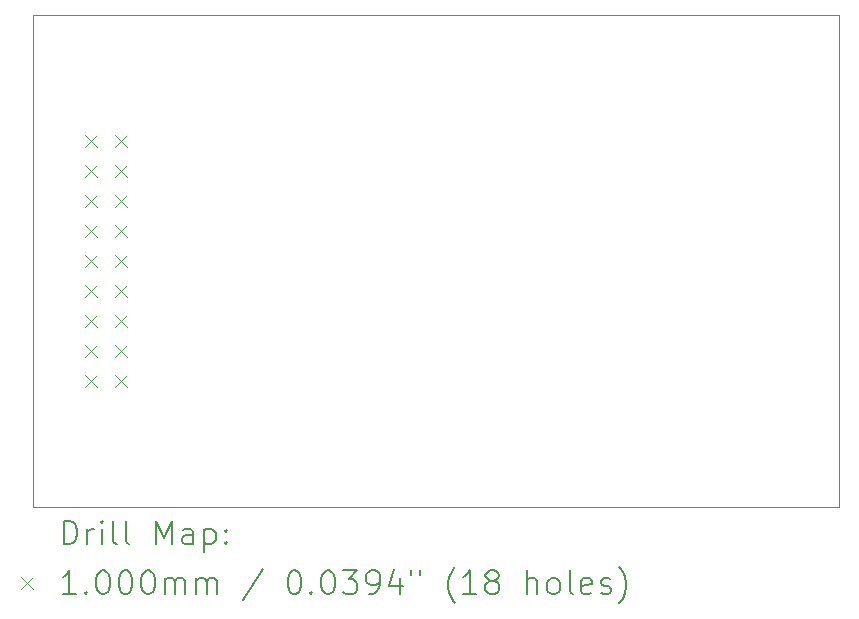
<source format=gbr>
%TF.GenerationSoftware,KiCad,Pcbnew,8.0.8*%
%TF.CreationDate,2025-02-19T13:23:49-05:00*%
%TF.ProjectId,plot_gerbers,706c6f74-5f67-4657-9262-6572732e6b69,rev?*%
%TF.SameCoordinates,Original*%
%TF.FileFunction,Drillmap*%
%TF.FilePolarity,Positive*%
%FSLAX45Y45*%
G04 Gerber Fmt 4.5, Leading zero omitted, Abs format (unit mm)*
G04 Created by KiCad (PCBNEW 8.0.8) date 2025-02-19 13:23:49*
%MOMM*%
%LPD*%
G01*
G04 APERTURE LIST*
%ADD10C,0.050000*%
%ADD11C,0.200000*%
%ADD12C,0.100000*%
G04 APERTURE END LIST*
D10*
X11431000Y-8319000D02*
X11431000Y-12489000D01*
X11431000Y-12489000D02*
X18251000Y-12489000D01*
X18251000Y-8319000D02*
X11431000Y-8319000D01*
X18251000Y-8319000D02*
X18251000Y-12489000D01*
D11*
D12*
X11869000Y-9339000D02*
X11969000Y-9439000D01*
X11969000Y-9339000D02*
X11869000Y-9439000D01*
X11869000Y-9593000D02*
X11969000Y-9693000D01*
X11969000Y-9593000D02*
X11869000Y-9693000D01*
X11869000Y-9847000D02*
X11969000Y-9947000D01*
X11969000Y-9847000D02*
X11869000Y-9947000D01*
X11869000Y-10101000D02*
X11969000Y-10201000D01*
X11969000Y-10101000D02*
X11869000Y-10201000D01*
X11869000Y-10355000D02*
X11969000Y-10455000D01*
X11969000Y-10355000D02*
X11869000Y-10455000D01*
X11869000Y-10609000D02*
X11969000Y-10709000D01*
X11969000Y-10609000D02*
X11869000Y-10709000D01*
X11869000Y-10863000D02*
X11969000Y-10963000D01*
X11969000Y-10863000D02*
X11869000Y-10963000D01*
X11869000Y-11117000D02*
X11969000Y-11217000D01*
X11969000Y-11117000D02*
X11869000Y-11217000D01*
X11869000Y-11371000D02*
X11969000Y-11471000D01*
X11969000Y-11371000D02*
X11869000Y-11471000D01*
X12123000Y-9339000D02*
X12223000Y-9439000D01*
X12223000Y-9339000D02*
X12123000Y-9439000D01*
X12123000Y-9593000D02*
X12223000Y-9693000D01*
X12223000Y-9593000D02*
X12123000Y-9693000D01*
X12123000Y-9847000D02*
X12223000Y-9947000D01*
X12223000Y-9847000D02*
X12123000Y-9947000D01*
X12123000Y-10101000D02*
X12223000Y-10201000D01*
X12223000Y-10101000D02*
X12123000Y-10201000D01*
X12123000Y-10355000D02*
X12223000Y-10455000D01*
X12223000Y-10355000D02*
X12123000Y-10455000D01*
X12123000Y-10609000D02*
X12223000Y-10709000D01*
X12223000Y-10609000D02*
X12123000Y-10709000D01*
X12123000Y-10863000D02*
X12223000Y-10963000D01*
X12223000Y-10863000D02*
X12123000Y-10963000D01*
X12123000Y-11117000D02*
X12223000Y-11217000D01*
X12223000Y-11117000D02*
X12123000Y-11217000D01*
X12123000Y-11371000D02*
X12223000Y-11471000D01*
X12223000Y-11371000D02*
X12123000Y-11471000D01*
D11*
X11689277Y-12802984D02*
X11689277Y-12602984D01*
X11689277Y-12602984D02*
X11736896Y-12602984D01*
X11736896Y-12602984D02*
X11765467Y-12612508D01*
X11765467Y-12612508D02*
X11784515Y-12631555D01*
X11784515Y-12631555D02*
X11794039Y-12650603D01*
X11794039Y-12650603D02*
X11803562Y-12688698D01*
X11803562Y-12688698D02*
X11803562Y-12717269D01*
X11803562Y-12717269D02*
X11794039Y-12755365D01*
X11794039Y-12755365D02*
X11784515Y-12774412D01*
X11784515Y-12774412D02*
X11765467Y-12793460D01*
X11765467Y-12793460D02*
X11736896Y-12802984D01*
X11736896Y-12802984D02*
X11689277Y-12802984D01*
X11889277Y-12802984D02*
X11889277Y-12669650D01*
X11889277Y-12707746D02*
X11898801Y-12688698D01*
X11898801Y-12688698D02*
X11908324Y-12679174D01*
X11908324Y-12679174D02*
X11927372Y-12669650D01*
X11927372Y-12669650D02*
X11946420Y-12669650D01*
X12013086Y-12802984D02*
X12013086Y-12669650D01*
X12013086Y-12602984D02*
X12003562Y-12612508D01*
X12003562Y-12612508D02*
X12013086Y-12622031D01*
X12013086Y-12622031D02*
X12022610Y-12612508D01*
X12022610Y-12612508D02*
X12013086Y-12602984D01*
X12013086Y-12602984D02*
X12013086Y-12622031D01*
X12136896Y-12802984D02*
X12117848Y-12793460D01*
X12117848Y-12793460D02*
X12108324Y-12774412D01*
X12108324Y-12774412D02*
X12108324Y-12602984D01*
X12241658Y-12802984D02*
X12222610Y-12793460D01*
X12222610Y-12793460D02*
X12213086Y-12774412D01*
X12213086Y-12774412D02*
X12213086Y-12602984D01*
X12470229Y-12802984D02*
X12470229Y-12602984D01*
X12470229Y-12602984D02*
X12536896Y-12745841D01*
X12536896Y-12745841D02*
X12603562Y-12602984D01*
X12603562Y-12602984D02*
X12603562Y-12802984D01*
X12784515Y-12802984D02*
X12784515Y-12698222D01*
X12784515Y-12698222D02*
X12774991Y-12679174D01*
X12774991Y-12679174D02*
X12755943Y-12669650D01*
X12755943Y-12669650D02*
X12717848Y-12669650D01*
X12717848Y-12669650D02*
X12698801Y-12679174D01*
X12784515Y-12793460D02*
X12765467Y-12802984D01*
X12765467Y-12802984D02*
X12717848Y-12802984D01*
X12717848Y-12802984D02*
X12698801Y-12793460D01*
X12698801Y-12793460D02*
X12689277Y-12774412D01*
X12689277Y-12774412D02*
X12689277Y-12755365D01*
X12689277Y-12755365D02*
X12698801Y-12736317D01*
X12698801Y-12736317D02*
X12717848Y-12726793D01*
X12717848Y-12726793D02*
X12765467Y-12726793D01*
X12765467Y-12726793D02*
X12784515Y-12717269D01*
X12879753Y-12669650D02*
X12879753Y-12869650D01*
X12879753Y-12679174D02*
X12898801Y-12669650D01*
X12898801Y-12669650D02*
X12936896Y-12669650D01*
X12936896Y-12669650D02*
X12955943Y-12679174D01*
X12955943Y-12679174D02*
X12965467Y-12688698D01*
X12965467Y-12688698D02*
X12974991Y-12707746D01*
X12974991Y-12707746D02*
X12974991Y-12764888D01*
X12974991Y-12764888D02*
X12965467Y-12783936D01*
X12965467Y-12783936D02*
X12955943Y-12793460D01*
X12955943Y-12793460D02*
X12936896Y-12802984D01*
X12936896Y-12802984D02*
X12898801Y-12802984D01*
X12898801Y-12802984D02*
X12879753Y-12793460D01*
X13060705Y-12783936D02*
X13070229Y-12793460D01*
X13070229Y-12793460D02*
X13060705Y-12802984D01*
X13060705Y-12802984D02*
X13051182Y-12793460D01*
X13051182Y-12793460D02*
X13060705Y-12783936D01*
X13060705Y-12783936D02*
X13060705Y-12802984D01*
X13060705Y-12679174D02*
X13070229Y-12688698D01*
X13070229Y-12688698D02*
X13060705Y-12698222D01*
X13060705Y-12698222D02*
X13051182Y-12688698D01*
X13051182Y-12688698D02*
X13060705Y-12679174D01*
X13060705Y-12679174D02*
X13060705Y-12698222D01*
D12*
X11328500Y-13081500D02*
X11428500Y-13181500D01*
X11428500Y-13081500D02*
X11328500Y-13181500D01*
D11*
X11794039Y-13222984D02*
X11679753Y-13222984D01*
X11736896Y-13222984D02*
X11736896Y-13022984D01*
X11736896Y-13022984D02*
X11717848Y-13051555D01*
X11717848Y-13051555D02*
X11698801Y-13070603D01*
X11698801Y-13070603D02*
X11679753Y-13080127D01*
X11879753Y-13203936D02*
X11889277Y-13213460D01*
X11889277Y-13213460D02*
X11879753Y-13222984D01*
X11879753Y-13222984D02*
X11870229Y-13213460D01*
X11870229Y-13213460D02*
X11879753Y-13203936D01*
X11879753Y-13203936D02*
X11879753Y-13222984D01*
X12013086Y-13022984D02*
X12032134Y-13022984D01*
X12032134Y-13022984D02*
X12051182Y-13032508D01*
X12051182Y-13032508D02*
X12060705Y-13042031D01*
X12060705Y-13042031D02*
X12070229Y-13061079D01*
X12070229Y-13061079D02*
X12079753Y-13099174D01*
X12079753Y-13099174D02*
X12079753Y-13146793D01*
X12079753Y-13146793D02*
X12070229Y-13184888D01*
X12070229Y-13184888D02*
X12060705Y-13203936D01*
X12060705Y-13203936D02*
X12051182Y-13213460D01*
X12051182Y-13213460D02*
X12032134Y-13222984D01*
X12032134Y-13222984D02*
X12013086Y-13222984D01*
X12013086Y-13222984D02*
X11994039Y-13213460D01*
X11994039Y-13213460D02*
X11984515Y-13203936D01*
X11984515Y-13203936D02*
X11974991Y-13184888D01*
X11974991Y-13184888D02*
X11965467Y-13146793D01*
X11965467Y-13146793D02*
X11965467Y-13099174D01*
X11965467Y-13099174D02*
X11974991Y-13061079D01*
X11974991Y-13061079D02*
X11984515Y-13042031D01*
X11984515Y-13042031D02*
X11994039Y-13032508D01*
X11994039Y-13032508D02*
X12013086Y-13022984D01*
X12203562Y-13022984D02*
X12222610Y-13022984D01*
X12222610Y-13022984D02*
X12241658Y-13032508D01*
X12241658Y-13032508D02*
X12251182Y-13042031D01*
X12251182Y-13042031D02*
X12260705Y-13061079D01*
X12260705Y-13061079D02*
X12270229Y-13099174D01*
X12270229Y-13099174D02*
X12270229Y-13146793D01*
X12270229Y-13146793D02*
X12260705Y-13184888D01*
X12260705Y-13184888D02*
X12251182Y-13203936D01*
X12251182Y-13203936D02*
X12241658Y-13213460D01*
X12241658Y-13213460D02*
X12222610Y-13222984D01*
X12222610Y-13222984D02*
X12203562Y-13222984D01*
X12203562Y-13222984D02*
X12184515Y-13213460D01*
X12184515Y-13213460D02*
X12174991Y-13203936D01*
X12174991Y-13203936D02*
X12165467Y-13184888D01*
X12165467Y-13184888D02*
X12155943Y-13146793D01*
X12155943Y-13146793D02*
X12155943Y-13099174D01*
X12155943Y-13099174D02*
X12165467Y-13061079D01*
X12165467Y-13061079D02*
X12174991Y-13042031D01*
X12174991Y-13042031D02*
X12184515Y-13032508D01*
X12184515Y-13032508D02*
X12203562Y-13022984D01*
X12394039Y-13022984D02*
X12413086Y-13022984D01*
X12413086Y-13022984D02*
X12432134Y-13032508D01*
X12432134Y-13032508D02*
X12441658Y-13042031D01*
X12441658Y-13042031D02*
X12451182Y-13061079D01*
X12451182Y-13061079D02*
X12460705Y-13099174D01*
X12460705Y-13099174D02*
X12460705Y-13146793D01*
X12460705Y-13146793D02*
X12451182Y-13184888D01*
X12451182Y-13184888D02*
X12441658Y-13203936D01*
X12441658Y-13203936D02*
X12432134Y-13213460D01*
X12432134Y-13213460D02*
X12413086Y-13222984D01*
X12413086Y-13222984D02*
X12394039Y-13222984D01*
X12394039Y-13222984D02*
X12374991Y-13213460D01*
X12374991Y-13213460D02*
X12365467Y-13203936D01*
X12365467Y-13203936D02*
X12355943Y-13184888D01*
X12355943Y-13184888D02*
X12346420Y-13146793D01*
X12346420Y-13146793D02*
X12346420Y-13099174D01*
X12346420Y-13099174D02*
X12355943Y-13061079D01*
X12355943Y-13061079D02*
X12365467Y-13042031D01*
X12365467Y-13042031D02*
X12374991Y-13032508D01*
X12374991Y-13032508D02*
X12394039Y-13022984D01*
X12546420Y-13222984D02*
X12546420Y-13089650D01*
X12546420Y-13108698D02*
X12555943Y-13099174D01*
X12555943Y-13099174D02*
X12574991Y-13089650D01*
X12574991Y-13089650D02*
X12603563Y-13089650D01*
X12603563Y-13089650D02*
X12622610Y-13099174D01*
X12622610Y-13099174D02*
X12632134Y-13118222D01*
X12632134Y-13118222D02*
X12632134Y-13222984D01*
X12632134Y-13118222D02*
X12641658Y-13099174D01*
X12641658Y-13099174D02*
X12660705Y-13089650D01*
X12660705Y-13089650D02*
X12689277Y-13089650D01*
X12689277Y-13089650D02*
X12708324Y-13099174D01*
X12708324Y-13099174D02*
X12717848Y-13118222D01*
X12717848Y-13118222D02*
X12717848Y-13222984D01*
X12813086Y-13222984D02*
X12813086Y-13089650D01*
X12813086Y-13108698D02*
X12822610Y-13099174D01*
X12822610Y-13099174D02*
X12841658Y-13089650D01*
X12841658Y-13089650D02*
X12870229Y-13089650D01*
X12870229Y-13089650D02*
X12889277Y-13099174D01*
X12889277Y-13099174D02*
X12898801Y-13118222D01*
X12898801Y-13118222D02*
X12898801Y-13222984D01*
X12898801Y-13118222D02*
X12908324Y-13099174D01*
X12908324Y-13099174D02*
X12927372Y-13089650D01*
X12927372Y-13089650D02*
X12955943Y-13089650D01*
X12955943Y-13089650D02*
X12974991Y-13099174D01*
X12974991Y-13099174D02*
X12984515Y-13118222D01*
X12984515Y-13118222D02*
X12984515Y-13222984D01*
X13374991Y-13013460D02*
X13203563Y-13270603D01*
X13632134Y-13022984D02*
X13651182Y-13022984D01*
X13651182Y-13022984D02*
X13670229Y-13032508D01*
X13670229Y-13032508D02*
X13679753Y-13042031D01*
X13679753Y-13042031D02*
X13689277Y-13061079D01*
X13689277Y-13061079D02*
X13698801Y-13099174D01*
X13698801Y-13099174D02*
X13698801Y-13146793D01*
X13698801Y-13146793D02*
X13689277Y-13184888D01*
X13689277Y-13184888D02*
X13679753Y-13203936D01*
X13679753Y-13203936D02*
X13670229Y-13213460D01*
X13670229Y-13213460D02*
X13651182Y-13222984D01*
X13651182Y-13222984D02*
X13632134Y-13222984D01*
X13632134Y-13222984D02*
X13613086Y-13213460D01*
X13613086Y-13213460D02*
X13603563Y-13203936D01*
X13603563Y-13203936D02*
X13594039Y-13184888D01*
X13594039Y-13184888D02*
X13584515Y-13146793D01*
X13584515Y-13146793D02*
X13584515Y-13099174D01*
X13584515Y-13099174D02*
X13594039Y-13061079D01*
X13594039Y-13061079D02*
X13603563Y-13042031D01*
X13603563Y-13042031D02*
X13613086Y-13032508D01*
X13613086Y-13032508D02*
X13632134Y-13022984D01*
X13784515Y-13203936D02*
X13794039Y-13213460D01*
X13794039Y-13213460D02*
X13784515Y-13222984D01*
X13784515Y-13222984D02*
X13774991Y-13213460D01*
X13774991Y-13213460D02*
X13784515Y-13203936D01*
X13784515Y-13203936D02*
X13784515Y-13222984D01*
X13917848Y-13022984D02*
X13936896Y-13022984D01*
X13936896Y-13022984D02*
X13955944Y-13032508D01*
X13955944Y-13032508D02*
X13965467Y-13042031D01*
X13965467Y-13042031D02*
X13974991Y-13061079D01*
X13974991Y-13061079D02*
X13984515Y-13099174D01*
X13984515Y-13099174D02*
X13984515Y-13146793D01*
X13984515Y-13146793D02*
X13974991Y-13184888D01*
X13974991Y-13184888D02*
X13965467Y-13203936D01*
X13965467Y-13203936D02*
X13955944Y-13213460D01*
X13955944Y-13213460D02*
X13936896Y-13222984D01*
X13936896Y-13222984D02*
X13917848Y-13222984D01*
X13917848Y-13222984D02*
X13898801Y-13213460D01*
X13898801Y-13213460D02*
X13889277Y-13203936D01*
X13889277Y-13203936D02*
X13879753Y-13184888D01*
X13879753Y-13184888D02*
X13870229Y-13146793D01*
X13870229Y-13146793D02*
X13870229Y-13099174D01*
X13870229Y-13099174D02*
X13879753Y-13061079D01*
X13879753Y-13061079D02*
X13889277Y-13042031D01*
X13889277Y-13042031D02*
X13898801Y-13032508D01*
X13898801Y-13032508D02*
X13917848Y-13022984D01*
X14051182Y-13022984D02*
X14174991Y-13022984D01*
X14174991Y-13022984D02*
X14108325Y-13099174D01*
X14108325Y-13099174D02*
X14136896Y-13099174D01*
X14136896Y-13099174D02*
X14155944Y-13108698D01*
X14155944Y-13108698D02*
X14165467Y-13118222D01*
X14165467Y-13118222D02*
X14174991Y-13137269D01*
X14174991Y-13137269D02*
X14174991Y-13184888D01*
X14174991Y-13184888D02*
X14165467Y-13203936D01*
X14165467Y-13203936D02*
X14155944Y-13213460D01*
X14155944Y-13213460D02*
X14136896Y-13222984D01*
X14136896Y-13222984D02*
X14079753Y-13222984D01*
X14079753Y-13222984D02*
X14060706Y-13213460D01*
X14060706Y-13213460D02*
X14051182Y-13203936D01*
X14270229Y-13222984D02*
X14308325Y-13222984D01*
X14308325Y-13222984D02*
X14327372Y-13213460D01*
X14327372Y-13213460D02*
X14336896Y-13203936D01*
X14336896Y-13203936D02*
X14355944Y-13175365D01*
X14355944Y-13175365D02*
X14365467Y-13137269D01*
X14365467Y-13137269D02*
X14365467Y-13061079D01*
X14365467Y-13061079D02*
X14355944Y-13042031D01*
X14355944Y-13042031D02*
X14346420Y-13032508D01*
X14346420Y-13032508D02*
X14327372Y-13022984D01*
X14327372Y-13022984D02*
X14289277Y-13022984D01*
X14289277Y-13022984D02*
X14270229Y-13032508D01*
X14270229Y-13032508D02*
X14260706Y-13042031D01*
X14260706Y-13042031D02*
X14251182Y-13061079D01*
X14251182Y-13061079D02*
X14251182Y-13108698D01*
X14251182Y-13108698D02*
X14260706Y-13127746D01*
X14260706Y-13127746D02*
X14270229Y-13137269D01*
X14270229Y-13137269D02*
X14289277Y-13146793D01*
X14289277Y-13146793D02*
X14327372Y-13146793D01*
X14327372Y-13146793D02*
X14346420Y-13137269D01*
X14346420Y-13137269D02*
X14355944Y-13127746D01*
X14355944Y-13127746D02*
X14365467Y-13108698D01*
X14536896Y-13089650D02*
X14536896Y-13222984D01*
X14489277Y-13013460D02*
X14441658Y-13156317D01*
X14441658Y-13156317D02*
X14565467Y-13156317D01*
X14632134Y-13022984D02*
X14632134Y-13061079D01*
X14708325Y-13022984D02*
X14708325Y-13061079D01*
X15003563Y-13299174D02*
X14994039Y-13289650D01*
X14994039Y-13289650D02*
X14974991Y-13261079D01*
X14974991Y-13261079D02*
X14965468Y-13242031D01*
X14965468Y-13242031D02*
X14955944Y-13213460D01*
X14955944Y-13213460D02*
X14946420Y-13165841D01*
X14946420Y-13165841D02*
X14946420Y-13127746D01*
X14946420Y-13127746D02*
X14955944Y-13080127D01*
X14955944Y-13080127D02*
X14965468Y-13051555D01*
X14965468Y-13051555D02*
X14974991Y-13032508D01*
X14974991Y-13032508D02*
X14994039Y-13003936D01*
X14994039Y-13003936D02*
X15003563Y-12994412D01*
X15184515Y-13222984D02*
X15070229Y-13222984D01*
X15127372Y-13222984D02*
X15127372Y-13022984D01*
X15127372Y-13022984D02*
X15108325Y-13051555D01*
X15108325Y-13051555D02*
X15089277Y-13070603D01*
X15089277Y-13070603D02*
X15070229Y-13080127D01*
X15298801Y-13108698D02*
X15279753Y-13099174D01*
X15279753Y-13099174D02*
X15270229Y-13089650D01*
X15270229Y-13089650D02*
X15260706Y-13070603D01*
X15260706Y-13070603D02*
X15260706Y-13061079D01*
X15260706Y-13061079D02*
X15270229Y-13042031D01*
X15270229Y-13042031D02*
X15279753Y-13032508D01*
X15279753Y-13032508D02*
X15298801Y-13022984D01*
X15298801Y-13022984D02*
X15336896Y-13022984D01*
X15336896Y-13022984D02*
X15355944Y-13032508D01*
X15355944Y-13032508D02*
X15365468Y-13042031D01*
X15365468Y-13042031D02*
X15374991Y-13061079D01*
X15374991Y-13061079D02*
X15374991Y-13070603D01*
X15374991Y-13070603D02*
X15365468Y-13089650D01*
X15365468Y-13089650D02*
X15355944Y-13099174D01*
X15355944Y-13099174D02*
X15336896Y-13108698D01*
X15336896Y-13108698D02*
X15298801Y-13108698D01*
X15298801Y-13108698D02*
X15279753Y-13118222D01*
X15279753Y-13118222D02*
X15270229Y-13127746D01*
X15270229Y-13127746D02*
X15260706Y-13146793D01*
X15260706Y-13146793D02*
X15260706Y-13184888D01*
X15260706Y-13184888D02*
X15270229Y-13203936D01*
X15270229Y-13203936D02*
X15279753Y-13213460D01*
X15279753Y-13213460D02*
X15298801Y-13222984D01*
X15298801Y-13222984D02*
X15336896Y-13222984D01*
X15336896Y-13222984D02*
X15355944Y-13213460D01*
X15355944Y-13213460D02*
X15365468Y-13203936D01*
X15365468Y-13203936D02*
X15374991Y-13184888D01*
X15374991Y-13184888D02*
X15374991Y-13146793D01*
X15374991Y-13146793D02*
X15365468Y-13127746D01*
X15365468Y-13127746D02*
X15355944Y-13118222D01*
X15355944Y-13118222D02*
X15336896Y-13108698D01*
X15613087Y-13222984D02*
X15613087Y-13022984D01*
X15698801Y-13222984D02*
X15698801Y-13118222D01*
X15698801Y-13118222D02*
X15689277Y-13099174D01*
X15689277Y-13099174D02*
X15670230Y-13089650D01*
X15670230Y-13089650D02*
X15641658Y-13089650D01*
X15641658Y-13089650D02*
X15622610Y-13099174D01*
X15622610Y-13099174D02*
X15613087Y-13108698D01*
X15822610Y-13222984D02*
X15803563Y-13213460D01*
X15803563Y-13213460D02*
X15794039Y-13203936D01*
X15794039Y-13203936D02*
X15784515Y-13184888D01*
X15784515Y-13184888D02*
X15784515Y-13127746D01*
X15784515Y-13127746D02*
X15794039Y-13108698D01*
X15794039Y-13108698D02*
X15803563Y-13099174D01*
X15803563Y-13099174D02*
X15822610Y-13089650D01*
X15822610Y-13089650D02*
X15851182Y-13089650D01*
X15851182Y-13089650D02*
X15870230Y-13099174D01*
X15870230Y-13099174D02*
X15879753Y-13108698D01*
X15879753Y-13108698D02*
X15889277Y-13127746D01*
X15889277Y-13127746D02*
X15889277Y-13184888D01*
X15889277Y-13184888D02*
X15879753Y-13203936D01*
X15879753Y-13203936D02*
X15870230Y-13213460D01*
X15870230Y-13213460D02*
X15851182Y-13222984D01*
X15851182Y-13222984D02*
X15822610Y-13222984D01*
X16003563Y-13222984D02*
X15984515Y-13213460D01*
X15984515Y-13213460D02*
X15974991Y-13194412D01*
X15974991Y-13194412D02*
X15974991Y-13022984D01*
X16155944Y-13213460D02*
X16136896Y-13222984D01*
X16136896Y-13222984D02*
X16098801Y-13222984D01*
X16098801Y-13222984D02*
X16079753Y-13213460D01*
X16079753Y-13213460D02*
X16070230Y-13194412D01*
X16070230Y-13194412D02*
X16070230Y-13118222D01*
X16070230Y-13118222D02*
X16079753Y-13099174D01*
X16079753Y-13099174D02*
X16098801Y-13089650D01*
X16098801Y-13089650D02*
X16136896Y-13089650D01*
X16136896Y-13089650D02*
X16155944Y-13099174D01*
X16155944Y-13099174D02*
X16165468Y-13118222D01*
X16165468Y-13118222D02*
X16165468Y-13137269D01*
X16165468Y-13137269D02*
X16070230Y-13156317D01*
X16241658Y-13213460D02*
X16260706Y-13222984D01*
X16260706Y-13222984D02*
X16298801Y-13222984D01*
X16298801Y-13222984D02*
X16317849Y-13213460D01*
X16317849Y-13213460D02*
X16327372Y-13194412D01*
X16327372Y-13194412D02*
X16327372Y-13184888D01*
X16327372Y-13184888D02*
X16317849Y-13165841D01*
X16317849Y-13165841D02*
X16298801Y-13156317D01*
X16298801Y-13156317D02*
X16270230Y-13156317D01*
X16270230Y-13156317D02*
X16251182Y-13146793D01*
X16251182Y-13146793D02*
X16241658Y-13127746D01*
X16241658Y-13127746D02*
X16241658Y-13118222D01*
X16241658Y-13118222D02*
X16251182Y-13099174D01*
X16251182Y-13099174D02*
X16270230Y-13089650D01*
X16270230Y-13089650D02*
X16298801Y-13089650D01*
X16298801Y-13089650D02*
X16317849Y-13099174D01*
X16394039Y-13299174D02*
X16403563Y-13289650D01*
X16403563Y-13289650D02*
X16422611Y-13261079D01*
X16422611Y-13261079D02*
X16432134Y-13242031D01*
X16432134Y-13242031D02*
X16441658Y-13213460D01*
X16441658Y-13213460D02*
X16451182Y-13165841D01*
X16451182Y-13165841D02*
X16451182Y-13127746D01*
X16451182Y-13127746D02*
X16441658Y-13080127D01*
X16441658Y-13080127D02*
X16432134Y-13051555D01*
X16432134Y-13051555D02*
X16422611Y-13032508D01*
X16422611Y-13032508D02*
X16403563Y-13003936D01*
X16403563Y-13003936D02*
X16394039Y-12994412D01*
M02*

</source>
